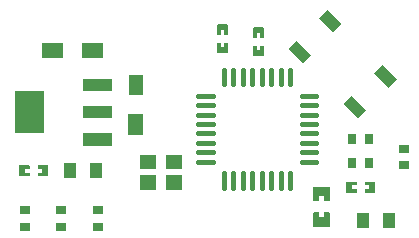
<source format=gtp>
G04 Layer: TopPasteMaskLayer*
G04 EasyEDA v6.5.3, 2022-04-19 22:15:57*
G04 160cfc1a8d0c4c478010f6dc8366fd90,3d704182bbbd40308880d08212c7ad4d,10*
G04 Gerber Generator version 0.2*
G04 Scale: 100 percent, Rotated: No, Reflected: No *
G04 Dimensions in inches *
G04 leading zeros omitted , absolute positions ,3 integer and 6 decimal *
%FSLAX36Y36*%
%MOIN*%

%ADD11C,0.0177*%
%ADD15R,0.0510X0.0692*%
%ADD16R,0.0354X0.0315*%
%ADD17R,0.0315X0.0354*%

%LPD*%
G36*
X322960Y2767720D02*
G01*
X320980Y2765740D01*
X320980Y2734260D01*
X322960Y2732280D01*
X354440Y2732280D01*
X356420Y2734260D01*
X356420Y2743220D01*
X341840Y2743220D01*
X341840Y2756220D01*
X356420Y2756220D01*
X356420Y2765740D01*
X354440Y2767720D01*
G37*
G36*
X385940Y2767720D02*
G01*
X383980Y2765740D01*
X383980Y2756220D01*
X398940Y2756220D01*
X398940Y2743220D01*
X383980Y2743220D01*
X383980Y2734260D01*
X385940Y2732280D01*
X417040Y2732280D01*
X419020Y2734260D01*
X419020Y2765740D01*
X417040Y2767720D01*
G37*
G36*
X984260Y3239020D02*
G01*
X982280Y3237040D01*
X982280Y3205560D01*
X984260Y3203580D01*
X993220Y3203580D01*
X993220Y3218159D01*
X1006220Y3218159D01*
X1006220Y3203580D01*
X1015740Y3203580D01*
X1017720Y3205560D01*
X1017720Y3237040D01*
X1015740Y3239020D01*
G37*
G36*
X984260Y3176019D02*
G01*
X982280Y3174060D01*
X982280Y3142960D01*
X984260Y3140980D01*
X1015740Y3140980D01*
X1017720Y3142960D01*
X1017720Y3174060D01*
X1015740Y3176019D01*
X1006220Y3176019D01*
X1006220Y3161060D01*
X993220Y3161060D01*
X993220Y3176019D01*
G37*
G36*
X1104260Y3229020D02*
G01*
X1102280Y3227040D01*
X1102280Y3195560D01*
X1104260Y3193580D01*
X1113220Y3193580D01*
X1113220Y3208159D01*
X1126220Y3208159D01*
X1126220Y3193580D01*
X1135740Y3193580D01*
X1137720Y3195560D01*
X1137720Y3227040D01*
X1135740Y3229020D01*
G37*
G36*
X1104260Y3166019D02*
G01*
X1102280Y3164060D01*
X1102280Y3132960D01*
X1104260Y3130980D01*
X1135740Y3130980D01*
X1137720Y3132960D01*
X1137720Y3164060D01*
X1135740Y3166019D01*
X1126220Y3166019D01*
X1126220Y3151060D01*
X1113220Y3151060D01*
X1113220Y3166019D01*
G37*
G36*
X1320940Y2612480D02*
G01*
X1304800Y2612280D01*
X1302840Y2610320D01*
X1302840Y2565040D01*
X1304800Y2563060D01*
X1355200Y2563060D01*
X1357160Y2565040D01*
X1357160Y2610320D01*
X1355200Y2612280D01*
X1338660Y2612080D01*
X1338660Y2594760D01*
X1320940Y2594760D01*
G37*
G36*
X1304800Y2696920D02*
G01*
X1302840Y2694960D01*
X1302840Y2649680D01*
X1304800Y2647720D01*
X1320940Y2647919D01*
X1320940Y2665240D01*
X1338660Y2665240D01*
X1338660Y2647720D01*
X1355200Y2647720D01*
X1357160Y2649680D01*
X1357160Y2694960D01*
X1355200Y2696920D01*
G37*
G36*
X1412960Y2712720D02*
G01*
X1410980Y2710740D01*
X1410980Y2679260D01*
X1412960Y2677280D01*
X1444440Y2677280D01*
X1446420Y2679260D01*
X1446420Y2688220D01*
X1431860Y2688220D01*
X1431860Y2701220D01*
X1446420Y2701220D01*
X1446420Y2710740D01*
X1444440Y2712720D01*
G37*
G36*
X1475940Y2712720D02*
G01*
X1473980Y2710740D01*
X1473980Y2701220D01*
X1488940Y2701220D01*
X1488940Y2688220D01*
X1473980Y2688220D01*
X1473980Y2679260D01*
X1475940Y2677280D01*
X1507040Y2677280D01*
X1509019Y2679260D01*
X1509019Y2710740D01*
X1507040Y2712720D01*
G37*
D11*
X1004759Y3086122D02*
G01*
X1004759Y3038877D01*
X1036260Y3086122D02*
G01*
X1036260Y3038877D01*
X1067759Y3086122D02*
G01*
X1067759Y3038877D01*
X1099250Y3086122D02*
G01*
X1099250Y3038877D01*
X1130749Y3086122D02*
G01*
X1130749Y3038877D01*
X1162240Y3086122D02*
G01*
X1162240Y3038877D01*
X1193739Y3086122D02*
G01*
X1193739Y3038877D01*
X1225240Y3086122D02*
G01*
X1225240Y3038877D01*
X1310622Y3000239D02*
G01*
X1263378Y3000239D01*
X1310622Y2968739D02*
G01*
X1263378Y2968739D01*
X1310622Y2937240D02*
G01*
X1263378Y2937240D01*
X1310622Y2905749D02*
G01*
X1263378Y2905749D01*
X1310622Y2874250D02*
G01*
X1263378Y2874250D01*
X1310622Y2842759D02*
G01*
X1263378Y2842759D01*
X1310622Y2811260D02*
G01*
X1263378Y2811260D01*
X1310622Y2779760D02*
G01*
X1263378Y2779760D01*
X1225240Y2741122D02*
G01*
X1225240Y2693877D01*
X1193739Y2741122D02*
G01*
X1193739Y2693877D01*
X1162240Y2741122D02*
G01*
X1162240Y2693877D01*
X1130749Y2741122D02*
G01*
X1130749Y2693877D01*
X1099250Y2741122D02*
G01*
X1099250Y2693877D01*
X1067759Y2741122D02*
G01*
X1067759Y2693877D01*
X1036260Y2741122D02*
G01*
X1036260Y2693877D01*
X1004759Y2741122D02*
G01*
X1004759Y2693877D01*
X966621Y2779760D02*
G01*
X919377Y2779760D01*
X966621Y2811260D02*
G01*
X919377Y2811260D01*
X966621Y2842759D02*
G01*
X919377Y2842759D01*
X966621Y2874250D02*
G01*
X919377Y2874250D01*
X966621Y2905749D02*
G01*
X919377Y2905749D01*
X966621Y2937240D02*
G01*
X919377Y2937240D01*
X966621Y2968739D02*
G01*
X919377Y2968739D01*
X966621Y3000239D02*
G01*
X919377Y3000239D01*
G36*
X531790Y3124488D02*
G01*
X531790Y3175511D01*
X600983Y3175511D01*
X600983Y3124488D01*
G37*
G36*
X468209Y3124488D02*
G01*
X468209Y3175511D01*
X399016Y3175511D01*
X399016Y3124488D01*
G37*
G36*
X684488Y2938209D02*
G01*
X735511Y2938209D01*
X735511Y2869016D01*
X684488Y2869016D01*
G37*
D15*
G01*
X710000Y3036390D03*
D16*
G01*
X340000Y2617559D03*
G01*
X340000Y2562440D03*
G01*
X460000Y2562440D03*
G01*
X460000Y2617559D03*
G01*
X585000Y2562440D03*
G01*
X585000Y2617559D03*
D17*
G01*
X1432439Y2855000D03*
G01*
X1487560Y2855000D03*
G01*
X1432439Y2775000D03*
G01*
X1487560Y2775000D03*
D16*
G01*
X1605000Y2767440D03*
G01*
X1605000Y2822559D03*
G36*
X472006Y2774602D02*
G01*
X511377Y2774602D01*
X511377Y2725390D01*
X472006Y2725390D01*
G37*
G36*
X558627Y2774602D02*
G01*
X597997Y2774602D01*
X597997Y2725390D01*
X558627Y2725390D01*
G37*
G36*
X1447007Y2609602D02*
G01*
X1486377Y2609602D01*
X1486377Y2560390D01*
X1447007Y2560390D01*
G37*
G36*
X1533626Y2609602D02*
G01*
X1572996Y2609602D01*
X1572996Y2560390D01*
X1533626Y2560390D01*
G37*
G36*
X1349864Y3285927D02*
G01*
X1397191Y3238600D01*
X1369353Y3210763D01*
X1322026Y3258089D01*
G37*
G36*
X1533636Y3102226D02*
G01*
X1580963Y3054901D01*
X1553125Y3027062D01*
X1505798Y3074389D01*
G37*
G36*
X1246875Y3182937D02*
G01*
X1294201Y3135610D01*
X1266363Y3107773D01*
X1219036Y3155099D01*
G37*
G36*
X1430610Y2999202D02*
G01*
X1477938Y2951875D01*
X1450099Y2924036D01*
X1402772Y2971363D01*
G37*
G36*
X631024Y2833779D02*
G01*
X631024Y2875118D01*
X533975Y2875118D01*
X533975Y2833779D01*
G37*
G36*
X631024Y2924331D02*
G01*
X631024Y2965668D01*
X533975Y2965668D01*
X533975Y2924331D01*
G37*
G36*
X631024Y3014881D02*
G01*
X631024Y3056220D01*
X533975Y3056220D01*
X533975Y3014881D01*
G37*
G36*
X406024Y3014684D02*
G01*
X406024Y2875315D01*
X308975Y2875315D01*
X308975Y3014684D01*
G37*
G36*
X724133Y2734176D02*
G01*
X779251Y2734176D01*
X779251Y2686933D01*
X724133Y2686933D01*
G37*
G36*
X810748Y2734176D02*
G01*
X865865Y2734176D01*
X865865Y2686933D01*
X810748Y2686933D01*
G37*
G36*
X810748Y2803076D02*
G01*
X865865Y2803076D01*
X865865Y2755832D01*
X810748Y2755832D01*
G37*
G36*
X724133Y2803074D02*
G01*
X779251Y2803074D01*
X779251Y2755830D01*
X724133Y2755830D01*
G37*
M02*

</source>
